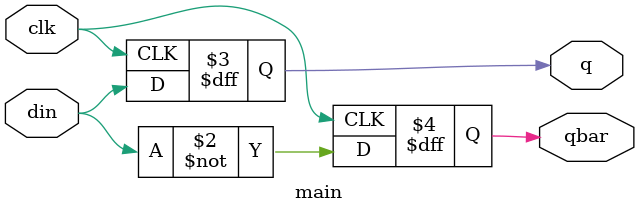
<source format=v>
`timescale 1ns / 1ps

module main(
    input din,
    input clk,  // clk -> senal de reloj
    output reg q,
    output reg qbar
    );
    
    /* cuando utilice una senal de reloj el circuito se convierte en secuencias pues requier
       de un sincronizmo. 
       Surgen 2 nuevas palabras reservadas para indicar que senales recibe:
        [1] always@(negedge clk) -> mide en bajada por el flanco negativo
        [2] always@(posedge clk) -> mide en subida por el flanco positivo
     */
    always@(posedge clk)
    begin
        q <= din;   // guarda el valor de la entrada del flip flop en q cuando la senal sea neg.
        qbar = ~din;
        
    end    
endmodule






</source>
